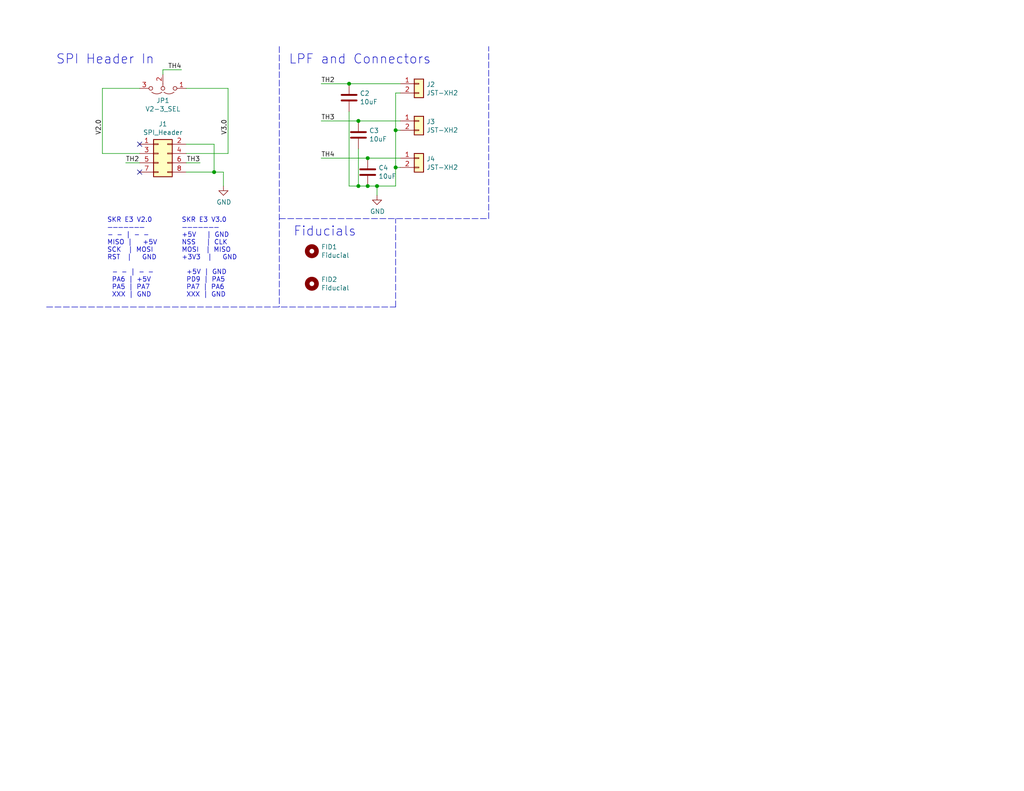
<source format=kicad_sch>
(kicad_sch (version 20211123) (generator eeschema)
  (paper "A")
  (title_block (title "SPI Thermistor Expander") (date "2022-01-10") (rev "1.0.2") (company "Voron Design") (comment 1 "Designed by Dotdash32 (JDeW)"))
  (lib_symbols
    (symbol "Connector_Generic:Conn_01x02" (pin_names (offset 1.016) hide)
      (property "Reference" "J" (at 0 2.54 0))
      (property "Value" "Conn_01x02" (at 0 -5.08 0))
      (symbol "Conn_01x02_1_1"
        (rectangle (start -1.27 -2.413) (end 0 -2.667) (stroke (width 0.1524)))
        (rectangle (start -1.27 0.127) (end 0 -0.127) (stroke (width 0.1524)))
        (rectangle (start -1.27 1.27) (end 1.27 -3.81) (stroke (width 0.254)) (fill (type background)))
        (pin passive line (at -5.08 0 0) (length 3.81) (name "Pin_1") (number "1"))
        (pin passive line (at -5.08 -2.54 0) (length 3.81) (name "Pin_2") (number "2"))
      )
    )
    (symbol "Connector_Generic:Conn_02x04_Odd_Even" (pin_names (offset 1.016) hide)
      (property "Reference" "J" (at 1.27 5.08 0))
      (property "Value" "Conn_02x04_Odd_Even" (at 1.27 -7.62 0))
      (symbol "Conn_02x04_Odd_Even_1_1"
        (rectangle (start -1.27 -4.953) (end 0 -5.207) (stroke (width 0.1524)))
        (rectangle (start -1.27 -2.413) (end 0 -2.667) (stroke (width 0.1524)))
        (rectangle (start -1.27 0.127) (end 0 -0.127) (stroke (width 0.1524)))
        (rectangle (start -1.27 2.667) (end 0 2.413) (stroke (width 0.1524)))
        (rectangle (start -1.27 3.81) (end 3.81 -6.35) (stroke (width 0.254)) (fill (type background)))
        (rectangle (start 3.81 -4.953) (end 2.54 -5.207) (stroke (width 0.1524)))
        (rectangle (start 3.81 -2.413) (end 2.54 -2.667) (stroke (width 0.1524)))
        (rectangle (start 3.81 0.127) (end 2.54 -0.127) (stroke (width 0.1524)))
        (rectangle (start 3.81 2.667) (end 2.54 2.413) (stroke (width 0.1524)))
        (pin passive line (at -5.08 2.54 0) (length 3.81) (name "Pin_1") (number "1"))
        (pin passive line (at 7.62 2.54 180) (length 3.81) (name "Pin_2") (number "2"))
        (pin passive line (at -5.08 0 0) (length 3.81) (name "Pin_3") (number "3"))
        (pin passive line (at 7.62 0 180) (length 3.81) (name "Pin_4") (number "4"))
        (pin passive line (at -5.08 -2.54 0) (length 3.81) (name "Pin_5") (number "5"))
        (pin passive line (at 7.62 -2.54 180) (length 3.81) (name "Pin_6") (number "6"))
        (pin passive line (at -5.08 -5.08 0) (length 3.81) (name "Pin_7") (number "7"))
        (pin passive line (at 7.62 -5.08 180) (length 3.81) (name "Pin_8") (number "8"))
      )
    )
    (symbol "Device:C" (pin_numbers hide) (pin_names (offset 0.254))
      (property "Reference" "C" (at 0.635 2.54 0))
      (property "Value" "C" (at 0.635 -2.54 0))
      (symbol "C_0_1"
        (polyline (pts (xy -2.032 -0.762) (xy 2.032 -0.762)) (stroke (width 0.508)))
        (polyline (pts (xy -2.032 0.762) (xy 2.032 0.762)) (stroke (width 0.508)))
      )
      (symbol "C_1_1"
        (pin passive line (at 0 3.81 270) (length 2.794) (name "~") (number "1"))
        (pin passive line (at 0 -3.81 90) (length 2.794) (name "~") (number "2"))
      )
    )
    (symbol "Jumper:Jumper_3_Open" (pin_names (offset 0) hide)
      (property "Reference" "JP" (at -2.54 -2.54 0))
      (property "Value" "Jumper_3_Open" (at 0 2.794 0))
      (symbol "Jumper_3_Open_0_0"
        (circle (center -3.302 0) (radius 0.508))
        (circle (center 0 0) (radius 0.508))
        (circle (center 3.302 0) (radius 0.508))
      )
      (symbol "Jumper_3_Open_0_1"
        (arc (start -0.254 1.016) (mid -1.651 1.4992) (end -3.048 1.016))
        (polyline (pts (xy 0 -0.508) (xy 0 -1.27)))
        (arc (start 3.048 1.016) (mid 1.651 1.4992) (end 0.254 1.016))
      )
      (symbol "Jumper_3_Open_1_1"
        (pin passive line (at -6.35 0 0) (length 2.54) (name "A") (number "1"))
        (pin input line (at 0 -3.81 90) (length 2.54) (name "C") (number "2"))
        (pin passive line (at 6.35 0 180) (length 2.54) (name "B") (number "3"))
      )
    )
    (symbol "Mechanical:MountingHole" (pin_names (offset 1.016))
      (property "Reference" "H" (at 0 5.08 0))
      (property "Value" "MountingHole" (at 0 3.175 0))
      (symbol "MountingHole_0_1"
        (circle (center 0 0) (radius 1.27) (stroke (width 1.27)))
      )
    )
    (symbol "power:GND" (power) (pin_names (offset 0))
      (property "Value" "GND" (at 0 -3.81 0))
      (symbol "GND_0_1"
        (polyline (pts (xy 0 0) (xy 0 -1.27) (xy 1.27 -1.27) (xy 0 -2.54) (xy -1.27 -1.27) (xy 0 -1.27)))
      )
      (symbol "GND_1_1"
        (pin power_in line (at 0 0 270) (length 0) hide (name "GND") (number "1"))
      )
    )
  )
  (junction (at 100.33 50.8))
  (junction (at 95.25 22.86))
  (junction (at 58.42 46.99))
  (junction (at 97.79 33.02))
  (junction (at 100.33 43.18))
  (junction (at 102.87 50.8))
  (junction (at 107.95 35.56))
  (junction (at 97.79 50.8))
  (junction (at 107.95 45.72))
  (no_connect (at 38.1 46.99))
  (no_connect (at 38.1 39.37))
  (wire (pts (xy 87.63 33.02) (xy 97.79 33.02)))
  (polyline (pts (xy 12.7 83.82) (xy 107.95 83.82)))
  (wire (pts (xy 50.8 46.99) (xy 58.42 46.99)))
  (wire (pts (xy 38.1 44.45) (xy 34.29 44.45)))
  (wire (pts (xy 58.42 46.99) (xy 60.96 46.99)))
  (polyline (pts (xy 133.35 59.69) (xy 133.35 12.7)))
  (wire (pts (xy 62.23 24.13) (xy 50.8 24.13)))
  (polyline (pts (xy 76.2 12.7) (xy 76.2 83.82)))
  (wire (pts (xy 100.33 50.8) (xy 102.87 50.8)))
  (wire (pts (xy 58.42 39.37) (xy 58.42 46.99)))
  (wire (pts (xy 44.45 20.32) (xy 44.45 19.05)))
  (wire (pts (xy 107.95 25.4) (xy 107.95 35.56)))
  (wire (pts (xy 60.96 46.99) (xy 60.96 50.8)))
  (wire (pts (xy 50.8 44.45) (xy 54.61 44.45)))
  (wire (pts (xy 102.87 53.34) (xy 102.87 50.8)))
  (wire (pts (xy 50.8 41.91) (xy 62.23 41.91)))
  (wire (pts (xy 95.25 30.48) (xy 95.25 50.8)))
  (wire (pts (xy 97.79 50.8) (xy 100.33 50.8)))
  (wire (pts (xy 100.33 43.18) (xy 109.22 43.18)))
  (wire (pts (xy 62.23 24.13) (xy 62.23 41.91)))
  (wire (pts (xy 87.63 22.86) (xy 95.25 22.86)))
  (wire (pts (xy 107.95 50.8) (xy 102.87 50.8)))
  (wire (pts (xy 109.22 45.72) (xy 107.95 45.72)))
  (wire (pts (xy 107.95 45.72) (xy 107.95 50.8)))
  (wire (pts (xy 50.8 39.37) (xy 58.42 39.37)))
  (wire (pts (xy 27.94 24.13) (xy 27.94 41.91)))
  (wire (pts (xy 107.95 35.56) (xy 107.95 45.72)))
  (wire (pts (xy 95.25 50.8) (xy 97.79 50.8)))
  (wire (pts (xy 44.45 19.05) (xy 49.53 19.05)))
  (wire (pts (xy 97.79 40.64) (xy 97.79 50.8)))
  (wire (pts (xy 109.22 35.56) (xy 107.95 35.56)))
  (wire (pts (xy 38.1 41.91) (xy 27.94 41.91)))
  (polyline (pts (xy 76.2 59.69) (xy 133.35 59.69)))
  (wire (pts (xy 97.79 33.02) (xy 109.22 33.02)))
  (wire (pts (xy 95.25 22.86) (xy 109.22 22.86)))
  (wire (pts (xy 87.63 43.18) (xy 100.33 43.18)))
  (wire (pts (xy 27.94 24.13) (xy 38.1 24.13)))
  (wire (pts (xy 109.22 25.4) (xy 107.95 25.4)))
  (polyline (pts (xy 107.95 83.82) (xy 107.95 59.69)))
  (text "- - | - - \nPA6 | +5V\nPA5 | PA7\nXXX | GND" (at 30.48 81.28 0) (effects (font (size 1.27 1.27)) (justify left bottom)))
  (text "SPI Header In" (at 15.24 17.78 0) (effects (font (size 2.54 2.54)) (justify left bottom)))
  (text "LPF and Connectors" (at 78.74 17.78 0) (effects (font (size 2.54 2.54)) (justify left bottom)))
  (text "SKR E3 V2.0\n———————\n- - | - -\nMISO |   +5V\nSCK  | MOSI\nRST  |   GND" (at 29.21 71.12 0) (effects (font (size 1.27 1.27)) (justify left bottom)))
  (text "Fiducials" (at 80.01 64.77 0) (effects (font (size 2.54 2.54)) (justify left bottom)))
  (text "+5V | GND\nPD9 | PA5\nPA7 | PA6\nXXX | GND" (at 50.8 81.28 0) (effects (font (size 1.27 1.27)) (justify left bottom)))
  (text "SKR E3 V3.0\n———————\n+5V   | GND\nNSS   | CLK\nMOSI  | MISO\n+3V3  |   GND" (at 49.53 71.12 0) (effects (font (size 1.27 1.27)) (justify left bottom)))
  (label "TH2" (at 34.29 44.45 0))
  (label "TH4" (at 87.63 43.18 0))
  (label "TH3" (at 54.61 44.45 180))
  (label "TH3" (at 87.63 33.02 0))
  (label "V2.0" (at 27.94 36.83 90))
  (label "V3.0" (at 62.23 36.83 90))
  (label "TH4" (at 49.53 19.05 180))
  (label "TH2" (at 87.63 22.86 0))
  (symbol (lib_id "power:GND") (at 60.96 50.8 0) (unit 1)
    (property "Reference" "#PWR02" (effects hide))
    (property "Value" "GND" (at 61.087 55.1942 0))
  )
  (symbol (lib_id "Connector_Generic:Conn_01x02") (at 114.3 22.86 0) (unit 1)
    (property "Reference" "J2" (at 116.332 23.0632 0) (effects (justify left)))
    (property "Value" "JST-XH2" (at 116.332 25.3746 0) (effects (justify left)))
    (property "Footprint" "Connectors_JST:JST_XH_B02B-XH-A_02x2.50mm_Straight" (effects hide))
  )
  (symbol (lib_id "Connector_Generic:Conn_01x02") (at 114.3 33.02 0) (unit 1)
    (property "Reference" "J3" (at 116.332 33.2232 0) (effects (justify left)))
    (property "Value" "JST-XH2" (at 116.332 35.5346 0) (effects (justify left)))
    (property "Footprint" "Connectors_JST:JST_XH_B02B-XH-A_02x2.50mm_Straight" (effects hide))
  )
  (symbol (lib_id "Connector_Generic:Conn_01x02") (at 114.3 43.18 0) (unit 1)
    (property "Reference" "J4" (at 116.332 43.3832 0) (effects (justify left)))
    (property "Value" "JST-XH2" (at 116.332 45.6946 0) (effects (justify left)))
    (property "Footprint" "Connectors_JST:JST_XH_B02B-XH-A_02x2.50mm_Straight" (effects hide))
  )
  (symbol (lib_id "power:GND") (at 102.87 53.34 0) (unit 1)
    (property "Reference" "#PWR03" (effects hide))
    (property "Value" "GND" (at 102.997 57.7342 0))
  )
  (symbol (lib_id "Jumper:Jumper_3_Open") (at 44.45 24.13 180) (unit 1)
    (property "Reference" "JP1" (at 44.45 27.4574 0))
    (property "Value" "V2-3_SEL" (at 44.45 29.7688 0))
    (property "Footprint" "Jumper:SolderJumper-3_P1.3mm_Open_Pad1.0x1.5mm" (effects hide))
  )
  (symbol (lib_id "Device:C") (at 95.25 26.67 0) (unit 1)
    (property "Reference" "C2" (at 98.171 25.5016 0) (effects (justify left)))
    (property "Value" "10uF" (at 98.171 27.813 0) (effects (justify left)))
    (property "Footprint" "Capacitors_SMD:C_0805_HandSoldering" (effects hide))
  )
  (symbol (lib_id "Device:C") (at 97.79 36.83 0) (unit 1)
    (property "Reference" "C3" (at 100.711 35.6616 0) (effects (justify left)))
    (property "Value" "10uF" (at 100.711 37.973 0) (effects (justify left)))
    (property "Footprint" "Capacitors_SMD:C_0805_HandSoldering" (effects hide))
  )
  (symbol (lib_id "Device:C") (at 100.33 46.99 0) (unit 1)
    (property "Reference" "C4" (at 103.251 45.8216 0) (effects (justify left)))
    (property "Value" "10uF" (at 103.251 48.133 0) (effects (justify left)))
    (property "Footprint" "Capacitors_SMD:C_0805_HandSoldering" (effects hide))
  )
  (symbol (lib_id "Connector_Generic:Conn_02x04_Odd_Even") (at 43.18 41.91 0) (unit 1)
    (property "Reference" "J1" (at 44.45 33.8582 0))
    (property "Value" "SPI_Header" (at 44.45 36.1696 0))
    (property "Footprint" "Pin_Headers:Pin_Header_Straight_2x04_Pitch2.54mm" (effects hide))
  )
  (symbol (lib_id "Mechanical:MountingHole") (at 85.09 68.58 0) (unit 1)
    (property "Reference" "FID1" (at 87.63 67.4116 0) (effects (justify left)))
    (property "Value" "Fiducial" (at 87.63 69.723 0) (effects (justify left)))
    (property "Footprint" "Fiducials:Fiducial_0.5mm_Dia_1mm_Outer" (effects hide))
  )
  (symbol (lib_id "Mechanical:MountingHole") (at 85.09 77.47 0) (unit 1)
    (property "Reference" "FID2" (at 87.63 76.3016 0) (effects (justify left)))
    (property "Value" "Fiducial" (at 87.63 78.613 0) (effects (justify left)))
    (property "Footprint" "Fiducials:Fiducial_0.5mm_Dia_1mm_Outer" (effects hide))
  )
)
</source>
